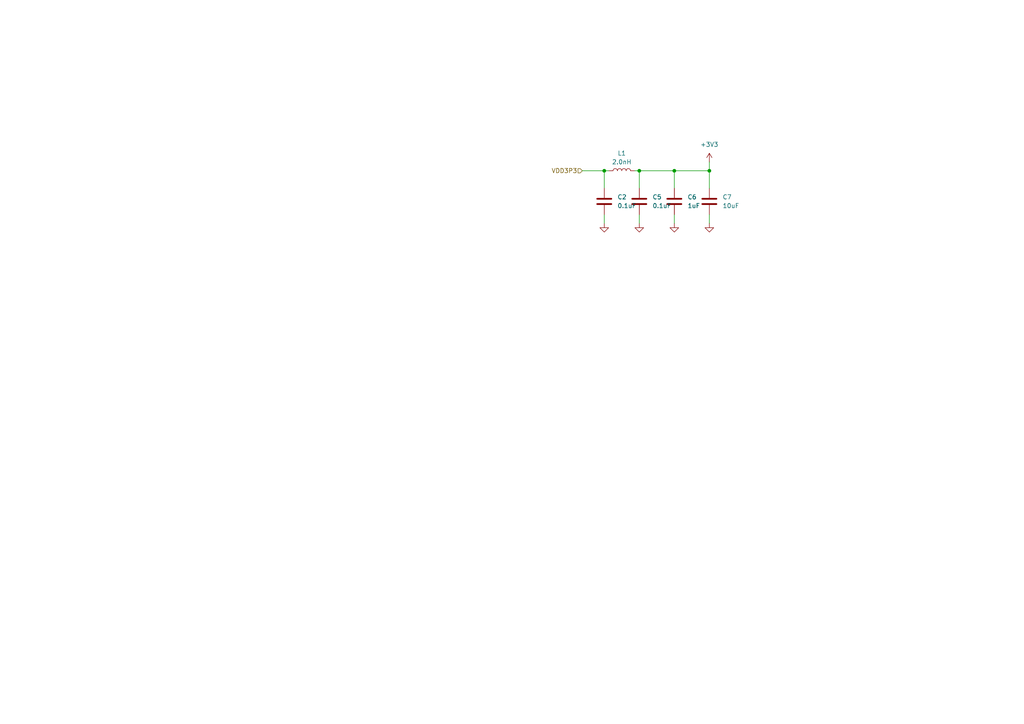
<source format=kicad_sch>
(kicad_sch (version 20250114) (generator "eeschema") (generator_version "9.0")
  (paper "A4")
  (lib_symbols
    (symbol "Device:C" (pin_numbers (hide yes)) (pin_names (offset 0.254))
      (property "Reference" "C" (at 0.635 2.54 0))
      (property "Value" "C" (at 0.635 -2.54 0))
      (symbol "C_0_1"
        (polyline (pts (xy -2.032 0.762) (xy 2.032 0.762)) (stroke (width 0.508)))
        (polyline (pts (xy -2.032 -0.762) (xy 2.032 -0.762)) (stroke (width 0.508)))
      )
      (symbol "C_1_1"
        (pin passive line (at 0 3.81 270) (length 2.794) (name "~") (number "1"))
        (pin passive line (at 0 -3.81 90) (length 2.794) (name "~") (number "2"))
      )
    )
    (symbol "Device:L" (pin_numbers (hide yes)) (pin_names (offset 1.016) (hide yes))
      (property "Reference" "L" (at -1.27 0 90))
      (property "Value" "L" (at 1.905 0 90))
      (symbol "L_0_1"
        (arc (start 0 2.54) (mid 0.6323 1.905) (end 0 1.27))
        (arc (start 0 1.27) (mid 0.6323 0.635) (end 0 0))
        (arc (start 0 0) (mid 0.6323 -0.635) (end 0 -1.27))
        (arc (start 0 -1.27) (mid 0.6323 -1.905) (end 0 -2.54))
      )
      (symbol "L_1_1"
        (pin passive line (at 0 3.81 270) (length 1.27) (name "1") (number "1"))
        (pin passive line (at 0 -3.81 90) (length 1.27) (name "2") (number "2"))
      )
    )
    (symbol "power:+3V3" (power) (pin_numbers (hide yes)) (pin_names (offset 0) (hide yes))
      (property "Value" "+3V3" (at 0 3.556 0))
      (symbol "+3V3_0_1"
        (polyline (pts (xy -0.762 1.27) (xy 0 2.54)))
        (polyline (pts (xy 0 2.54) (xy 0.762 1.27)))
        (polyline (pts (xy 0 0) (xy 0 2.54)))
      )
      (symbol "+3V3_1_1"
        (pin power_in line (at 0 0 90) (length 0) (name "~") (number "1"))
      )
    )
    (symbol "power:GND" (power) (pin_numbers (hide yes)) (pin_names (offset 0) (hide yes))
      (property "Value" "GND" (at 0 -3.81 0))
      (symbol "GND_0_1"
        (polyline (pts (xy 0 0) (xy 0 -1.27) (xy 1.27 -1.27) (xy 0 -2.54) (xy -1.27 -1.27) (xy 0 -1.27)))
      )
      (symbol "GND_1_1"
        (pin power_in line (at 0 0 270) (length 0) (name "~") (number "1"))
      )
    )
  )
  (junction (at 175.26 49.53))
  (junction (at 185.42 49.53))
  (junction (at 205.74 49.53))
  (junction (at 195.58 49.53))
  (wire (pts (xy 195.58 49.53) (xy 205.74 49.53)))
  (wire (pts (xy 175.26 62.23) (xy 175.26 64.77)))
  (wire (pts (xy 205.74 46.99) (xy 205.74 49.53)))
  (wire (pts (xy 195.58 54.61) (xy 195.58 49.53)))
  (wire (pts (xy 175.26 54.61) (xy 175.26 49.53)))
  (wire (pts (xy 185.42 49.53) (xy 185.42 54.61)))
  (wire (pts (xy 185.42 62.23) (xy 185.42 64.77)))
  (wire (pts (xy 205.74 62.23) (xy 205.74 64.77)))
  (wire (pts (xy 184.15 49.53) (xy 185.42 49.53)))
  (wire (pts (xy 205.74 54.61) (xy 205.74 49.53)))
  (wire (pts (xy 195.58 62.23) (xy 195.58 64.77)))
  (wire (pts (xy 176.53 49.53) (xy 175.26 49.53)))
  (wire (pts (xy 168.91 49.53) (xy 175.26 49.53)))
  (wire (pts (xy 185.42 49.53) (xy 195.58 49.53)))
  (hierarchical_label "VDD3P3" (shape input) (at 168.91 49.53 180))
  (symbol (lib_id "power:GND") (at 175.26 64.77 0) (unit 1)
    (property "Reference" "#PWR012" (effects (hide yes)))
    (property "Value" "GND" (effects (hide yes)))
    (property "Description" "Power symbol creates a global label with name \"GND\" , ground" (effects (hide yes)))
  )
  (symbol (lib_id "power:GND") (at 185.42 64.77 0) (unit 1)
    (property "Reference" "#PWR013" (effects (hide yes)))
    (property "Value" "GND" (effects (hide yes)))
    (property "Description" "Power symbol creates a global label with name \"GND\" , ground" (effects (hide yes)))
  )
  (symbol (lib_id "Device:L") (at 180.34 49.53 90) (unit 1)
    (property "Reference" "L1" (at 180.34 44.45 90))
    (property "Value" "2.0nH" (at 180.34 46.99 90))
    (property "Description" "Inductor" (effects (hide yes)))
  )
  (symbol (lib_id "Device:C") (at 205.74 58.42 0) (unit 1)
    (property "Reference" "C7" (at 209.55 57.1499 0) (effects (justify left)))
    (property "Value" "10uF" (at 209.55 59.6899 0) (effects (justify left)))
    (property "Description" "Unpolarized capacitor" (effects (hide yes)))
  )
  (symbol (lib_id "power:GND") (at 205.74 64.77 0) (unit 1)
    (property "Reference" "#PWR015" (effects (hide yes)))
    (property "Value" "GND" (effects (hide yes)))
    (property "Description" "Power symbol creates a global label with name \"GND\" , ground" (effects (hide yes)))
  )
  (symbol (lib_id "Device:C") (at 195.58 58.42 0) (unit 1)
    (property "Reference" "C6" (at 199.39 57.1499 0) (effects (justify left)))
    (property "Value" "1uF" (at 199.39 59.6899 0) (effects (justify left)))
    (property "Description" "Unpolarized capacitor" (effects (hide yes)))
  )
  (symbol (lib_id "power:+3V3") (at 205.74 46.99 0) (unit 1)
    (property "Reference" "#PWR020" (effects (hide yes)))
    (property "Value" "+3V3" (at 205.74 41.91 0))
    (property "Description" "Power symbol creates a global label with name \"+3V3\"" (effects (hide yes)))
  )
  (symbol (lib_id "Device:C") (at 175.26 58.42 0) (unit 1)
    (property "Reference" "C2" (at 179.07 57.1499 0) (effects (justify left)))
    (property "Value" "0.1uF" (at 179.07 59.6899 0) (effects (justify left)))
    (property "Description" "Unpolarized capacitor" (effects (hide yes)))
  )
  (symbol (lib_id "power:GND") (at 195.58 64.77 0) (unit 1)
    (property "Reference" "#PWR014" (effects (hide yes)))
    (property "Value" "GND" (effects (hide yes)))
    (property "Description" "Power symbol creates a global label with name \"GND\" , ground" (effects (hide yes)))
  )
  (symbol (lib_id "Device:C") (at 185.42 58.42 0) (unit 1)
    (property "Reference" "C5" (at 189.23 57.1499 0) (effects (justify left)))
    (property "Value" "0.1uF" (at 189.23 59.6899 0) (effects (justify left)))
    (property "Description" "Unpolarized capacitor" (effects (hide yes)))
  )
)
</source>
